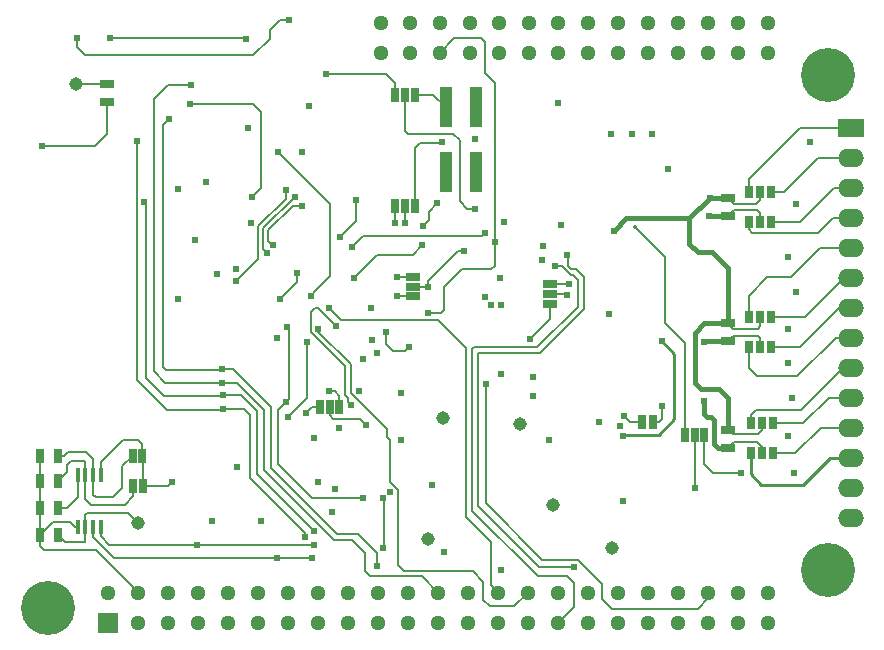
<source format=gbl>
G04 (created by PCBNEW (2013-05-31 BZR 4019)-stable) date 12/30/2013 4:19:26 PM*
%MOIN*%
G04 Gerber Fmt 3.4, Leading zero omitted, Abs format*
%FSLAX34Y34*%
G01*
G70*
G90*
G04 APERTURE LIST*
%ADD10C,0.00590551*%
%ADD11R,0.025X0.05*%
%ADD12R,0.016X0.05*%
%ADD13R,0.025X0.045*%
%ADD14C,0.045*%
%ADD15R,0.0276X0.0394*%
%ADD16R,0.045X0.025*%
%ADD17R,0.0866X0.06*%
%ADD18O,0.0866X0.06*%
%ADD19C,0.0512*%
%ADD20C,0.18*%
%ADD21R,0.065X0.065*%
%ADD22R,0.0401575X0.135827*%
%ADD23R,0.05X0.025*%
%ADD24C,0.024*%
%ADD25C,0.014*%
%ADD26C,0.016*%
%ADD27C,0.008*%
%ADD28C,0.01*%
G04 APERTURE END LIST*
G54D10*
G54D11*
X-23182Y-12700D03*
X-22863Y-12700D03*
X-23157Y-13700D03*
X-22838Y-13700D03*
X-4770Y-12000D03*
X-4450Y-12000D03*
X-4130Y-12000D03*
G54D12*
X-25010Y-13325D03*
X-24755Y-13325D03*
X-24495Y-13325D03*
X-24240Y-13325D03*
X-24240Y-15075D03*
X-24495Y-15075D03*
X-24755Y-15075D03*
X-25010Y-15075D03*
G54D11*
X-6202Y-11550D03*
X-5848Y-11550D03*
G54D13*
X-26275Y-15325D03*
X-25675Y-15325D03*
X-26275Y-13525D03*
X-25675Y-13525D03*
X-26275Y-14425D03*
X-25675Y-14425D03*
X-26275Y-12700D03*
X-25675Y-12700D03*
G54D14*
X-23000Y-14940D03*
X-9159Y-14340D03*
X-13350Y-15450D03*
X-7190Y-15760D03*
X-12825Y-11425D03*
X-25080Y-300D03*
G54D15*
X-1900Y-8050D03*
X-2275Y-8050D03*
X-2650Y-8050D03*
X-2650Y-9050D03*
X-2275Y-9050D03*
X-1900Y-9050D03*
X-1825Y-11600D03*
X-2200Y-11600D03*
X-2575Y-11600D03*
X-2575Y-12600D03*
X-2200Y-12600D03*
X-1825Y-12600D03*
X-1900Y-3900D03*
X-2275Y-3900D03*
X-2650Y-3900D03*
X-2650Y-4900D03*
X-2275Y-4900D03*
X-1900Y-4900D03*
G54D11*
X-16290Y-11070D03*
X-16610Y-11070D03*
X-16930Y-11070D03*
G54D16*
X-24030Y-310D03*
X-24030Y-910D03*
G54D14*
X-10275Y-11625D03*
G54D16*
X-3350Y-8275D03*
X-3350Y-8875D03*
X-3350Y-4100D03*
X-3350Y-4700D03*
X-3325Y-11825D03*
X-3325Y-12425D03*
G54D17*
X750Y-1750D03*
G54D18*
X750Y-2750D03*
X750Y-3750D03*
X750Y-4750D03*
X750Y-5750D03*
X750Y-6750D03*
X750Y-7750D03*
X750Y-8750D03*
X750Y-9750D03*
X750Y-10750D03*
X750Y-11750D03*
X750Y-12750D03*
X750Y-13750D03*
X750Y-14750D03*
G54D19*
X-11937Y1750D03*
X-11937Y750D03*
X-12937Y1750D03*
X-12937Y750D03*
X-13921Y750D03*
X-13921Y1750D03*
X-14905Y1750D03*
X-14905Y750D03*
X-10968Y750D03*
X-10968Y1750D03*
X-9984Y1750D03*
X-9984Y750D03*
G54D20*
X0Y-16500D03*
X-26000Y-17750D03*
X0Y0D03*
G54D21*
X-24000Y-18250D03*
G54D19*
X-24000Y-17250D03*
X-23000Y-18250D03*
X-23000Y-17250D03*
X-22000Y-18250D03*
X-22000Y-17250D03*
X-21000Y-18250D03*
X-21000Y-17250D03*
X-20000Y-18250D03*
X-20000Y-17250D03*
X-19000Y-18250D03*
X-19000Y-17250D03*
X-18000Y-18250D03*
X-18000Y-17250D03*
X-17000Y-18250D03*
X-17000Y-17250D03*
X-16000Y-18250D03*
X-16000Y-17250D03*
X-15000Y-18250D03*
X-15000Y-17250D03*
X-14000Y-18250D03*
X-14000Y-17250D03*
X-13000Y-18250D03*
X-13000Y-17250D03*
X-12000Y-18250D03*
X-12000Y-17250D03*
X-11000Y-18250D03*
X-11000Y-17250D03*
X-10000Y-18250D03*
X-10000Y-17250D03*
X-9000Y-18250D03*
X-9000Y-17250D03*
X-8000Y-18250D03*
X-8000Y-17250D03*
X-7000Y-18250D03*
X-7000Y-17250D03*
X-6000Y-18250D03*
X-6000Y-17250D03*
X-5000Y-18250D03*
X-5000Y-17250D03*
X-4000Y-18250D03*
X-4000Y-17250D03*
X-3000Y-18250D03*
X-3000Y-17250D03*
X-2000Y-18250D03*
X-2000Y-17250D03*
X-9000Y750D03*
X-9000Y1750D03*
X-8000Y750D03*
X-8000Y1750D03*
X-7000Y750D03*
X-7000Y1750D03*
X-6000Y750D03*
X-6000Y1750D03*
X-5000Y750D03*
X-5000Y1750D03*
X-4000Y750D03*
X-4000Y1750D03*
X-3000Y750D03*
X-3000Y1750D03*
X-2000Y750D03*
X-2000Y1750D03*
G54D22*
X-12750Y-1077D03*
X-12750Y-3222D03*
X-11750Y-1077D03*
X-11750Y-3222D03*
G54D23*
X-13825Y-7370D03*
X-13825Y-7050D03*
X-13825Y-6730D03*
G54D11*
X-13780Y-4375D03*
X-14100Y-4375D03*
X-14420Y-4375D03*
X-13780Y-650D03*
X-14100Y-650D03*
X-14420Y-650D03*
G54D23*
X-9275Y-7620D03*
X-9275Y-7300D03*
X-9275Y-6980D03*
G54D24*
X-6850Y-14200D03*
X-7150Y-5200D03*
X-7310Y-7950D03*
X-3940Y-4090D03*
X-5340Y-3140D03*
X-9500Y-5700D03*
X-17550Y-2550D03*
X-9950Y-8800D03*
X-21100Y-5500D03*
X-14250Y-12150D03*
X-17150Y-12100D03*
X-16630Y-10530D03*
X-20525Y-14875D03*
X-15190Y-8820D03*
X-15630Y-10530D03*
X-15490Y-9470D03*
X-21660Y-3810D03*
X-20370Y-6630D03*
X-18910Y-14870D03*
X-7650Y-11550D03*
X-9300Y-12150D03*
X-4150Y-10850D03*
X-4120Y-8890D03*
X-8990Y-920D03*
X-7230Y-1960D03*
X-6550Y-1960D03*
X-3960Y-4710D03*
X-5870Y-1950D03*
X-13350Y-7050D03*
X-12150Y-5875D03*
X-6800Y-11350D03*
X-5550Y-11025D03*
X-8700Y-7325D03*
X-11775Y-4450D03*
X-14100Y-4925D03*
X-5550Y-8875D03*
X-6850Y-12025D03*
G54D25*
X-6450Y-5050D03*
G54D24*
X-23925Y1225D03*
X-19400Y1200D03*
X-17955Y1840D03*
X-25025Y1225D03*
X-15410Y-11650D03*
X-18075Y-3825D03*
X-19750Y-6875D03*
X-16275Y-5400D03*
X-15750Y-4175D03*
X-13512Y-5037D03*
X-13025Y-4275D03*
X-15800Y-6775D03*
X-13525Y-5675D03*
X-18500Y-5675D03*
X-17525Y-4350D03*
X-17775Y-4050D03*
X-18700Y-5925D03*
X-11410Y-10310D03*
X-13970Y-9070D03*
X-14730Y-8550D03*
X-14375Y-7375D03*
X-14375Y-6725D03*
X-16650Y-7750D03*
X-13325Y-7925D03*
X-11100Y-5550D03*
X-15050Y-9250D03*
X-14250Y-10600D03*
X-1150Y-13250D03*
X-1350Y-12025D03*
X-1200Y-10775D03*
X-1325Y-9600D03*
X-1325Y-8450D03*
X-1075Y-7225D03*
X-1325Y-6050D03*
X-1075Y-4300D03*
X-600Y-2225D03*
X-9850Y-10700D03*
X-6950Y-11700D03*
X-8650Y-6950D03*
X-9550Y-6150D03*
X-10800Y-4900D03*
X-8900Y-5000D03*
X-9850Y-10050D03*
X-10950Y-6750D03*
X-11450Y-7400D03*
X-11250Y-7650D03*
X-10900Y-7650D03*
X-10900Y-9950D03*
X-15250Y-7770D03*
X-11770Y-2130D03*
X-17310Y-1030D03*
X-16750Y50D03*
X-26190Y-2350D03*
X-19330Y-1760D03*
X-17000Y-13550D03*
X-16550Y-14550D03*
X-16450Y-13800D03*
X-14600Y-13900D03*
X-16300Y-11750D03*
X-17410Y-11270D03*
X-19750Y-6450D03*
X-21660Y-7460D03*
X-19710Y-13060D03*
X-21870Y-13570D03*
X-20750Y-3550D03*
X-18370Y-8770D03*
X-13200Y-13650D03*
X-12800Y-15900D03*
X-10900Y-16490D03*
X-19250Y-4920D03*
X-12875Y-2225D03*
X-15490Y-14110D03*
X-18370Y-16110D03*
X-17200Y-16100D03*
X-18020Y-8390D03*
X-18070Y-10910D03*
X-14850Y-14110D03*
X-14830Y-15750D03*
X-18270Y-7450D03*
X-17710Y-6610D03*
X-21030Y-15650D03*
X-17150Y-15650D03*
X-16400Y-8350D03*
X-15900Y-11000D03*
X-17000Y-8450D03*
X-14450Y-4925D03*
X-11450Y-5275D03*
X-15880Y-5740D03*
X-8480Y-16410D03*
X-8700Y-6010D03*
X-4450Y-13750D03*
X-2900Y-13250D03*
X-17250Y-7350D03*
X-18337Y-2562D03*
X-9100Y-6350D03*
X-15050Y-16350D03*
X-20200Y-9810D03*
X-21980Y-1460D03*
X-23050Y-2190D03*
X-17425Y-15400D03*
X-20160Y-11140D03*
X-17150Y-15200D03*
X-22790Y-4220D03*
X-20170Y-10680D03*
X-21275Y-950D03*
X-19200Y-4060D03*
X-20190Y-10250D03*
X-21250Y-325D03*
X-18015Y-11395D03*
X-17380Y-8890D03*
G54D26*
X-4620Y-4770D02*
X-6720Y-4770D01*
X-6720Y-4770D02*
X-7150Y-5200D01*
X-3325Y-11825D02*
X-3325Y-10775D01*
X-4125Y-8275D02*
X-3350Y-8275D01*
X-4450Y-8600D02*
X-4125Y-8275D01*
X-4450Y-10250D02*
X-4450Y-8600D01*
X-4250Y-10450D02*
X-4450Y-10250D01*
X-3650Y-10450D02*
X-4250Y-10450D01*
X-3325Y-10775D02*
X-3650Y-10450D01*
X-3350Y-8275D02*
X-3350Y-6420D01*
X-3350Y-6420D02*
X-3860Y-5910D01*
X-3860Y-5910D02*
X-4350Y-5910D01*
X-4350Y-5910D02*
X-4620Y-5640D01*
X-4620Y-5640D02*
X-4620Y-4770D01*
X-4620Y-4770D02*
X-3940Y-4090D01*
X-3350Y-4100D02*
X-3930Y-4100D01*
X-3930Y-4100D02*
X-3940Y-4090D01*
G54D27*
X-2275Y-8050D02*
X-2275Y-8375D01*
X-2275Y-8375D02*
X-2350Y-8450D01*
X-2350Y-8450D02*
X-3175Y-8450D01*
X-3175Y-8450D02*
X-3350Y-8275D01*
X-2200Y-11600D02*
X-2200Y-11825D01*
X-3175Y-11975D02*
X-3325Y-11825D01*
X-2350Y-11975D02*
X-3175Y-11975D01*
X-2200Y-11825D02*
X-2350Y-11975D01*
X-2275Y-3900D02*
X-2275Y-4175D01*
X-3150Y-4300D02*
X-3350Y-4100D01*
X-2400Y-4300D02*
X-3150Y-4300D01*
X-2275Y-4175D02*
X-2400Y-4300D01*
X-23000Y-17250D02*
X-23000Y-17240D01*
X-26275Y-15685D02*
X-26275Y-15325D01*
X-26120Y-15840D02*
X-26275Y-15685D01*
X-24400Y-15840D02*
X-26120Y-15840D01*
X-23000Y-17240D02*
X-24400Y-15840D01*
X-25010Y-15075D02*
X-25095Y-15075D01*
X-25095Y-15075D02*
X-25280Y-14890D01*
X-25280Y-14890D02*
X-25840Y-14890D01*
X-25840Y-14890D02*
X-26275Y-15325D01*
X-26275Y-13525D02*
X-26275Y-12700D01*
X-26275Y-14425D02*
X-26275Y-13525D01*
X-26275Y-15325D02*
X-26275Y-14425D01*
X-9275Y-8125D02*
X-9950Y-8800D01*
X-9275Y-8125D02*
X-9275Y-7620D01*
X-16290Y-11070D02*
X-16290Y-10690D01*
X-16450Y-10530D02*
X-16630Y-10530D01*
X-16290Y-10690D02*
X-16450Y-10530D01*
G54D26*
X-3325Y-12425D02*
X-3675Y-12425D01*
X-3675Y-12425D02*
X-3800Y-12300D01*
X-3800Y-12300D02*
X-3800Y-11500D01*
X-3800Y-11500D02*
X-3900Y-11400D01*
X-3900Y-11400D02*
X-4050Y-11400D01*
X-4050Y-11400D02*
X-4150Y-11300D01*
X-4150Y-11300D02*
X-4150Y-10850D01*
X-3350Y-8875D02*
X-4105Y-8875D01*
X-4105Y-8875D02*
X-4120Y-8890D01*
X-3350Y-4700D02*
X-3950Y-4700D01*
X-3950Y-4700D02*
X-3960Y-4710D01*
G54D27*
X-2275Y-9050D02*
X-2275Y-8775D01*
X-3175Y-8700D02*
X-3350Y-8875D01*
X-2350Y-8700D02*
X-3175Y-8700D01*
X-2275Y-8775D02*
X-2350Y-8700D01*
X-2200Y-12600D02*
X-2200Y-12400D01*
X-3125Y-12225D02*
X-3325Y-12425D01*
X-2375Y-12225D02*
X-3125Y-12225D01*
X-2200Y-12400D02*
X-2375Y-12225D01*
X-2275Y-4900D02*
X-2275Y-4600D01*
X-3150Y-4500D02*
X-3350Y-4700D01*
X-2375Y-4500D02*
X-3150Y-4500D01*
X-2275Y-4600D02*
X-2375Y-4500D01*
X-25010Y-13325D02*
X-25010Y-14060D01*
X-25375Y-14425D02*
X-25675Y-14425D01*
X-25010Y-14060D02*
X-25375Y-14425D01*
X-24755Y-13325D02*
X-24755Y-12885D01*
X-25370Y-13220D02*
X-25675Y-13525D01*
X-25370Y-12990D02*
X-25370Y-13220D01*
X-25230Y-12850D02*
X-25370Y-12990D01*
X-24790Y-12850D02*
X-25230Y-12850D01*
X-24755Y-12885D02*
X-24790Y-12850D01*
X-24755Y-13325D02*
X-24755Y-14145D01*
X-23157Y-14037D02*
X-23157Y-13700D01*
X-23440Y-14320D02*
X-23157Y-14037D01*
X-24580Y-14320D02*
X-23440Y-14320D01*
X-24755Y-14145D02*
X-24580Y-14320D01*
X-23520Y-13038D02*
X-23182Y-12700D01*
X-25675Y-12700D02*
X-25470Y-12700D01*
X-24495Y-12785D02*
X-24495Y-13325D01*
X-24730Y-12550D02*
X-24495Y-12785D01*
X-25320Y-12550D02*
X-24730Y-12550D01*
X-25470Y-12700D02*
X-25320Y-12550D01*
X-24495Y-13325D02*
X-24495Y-13985D01*
X-23520Y-13760D02*
X-23520Y-13038D01*
X-23840Y-14080D02*
X-23520Y-13760D01*
X-24400Y-14080D02*
X-23840Y-14080D01*
X-24495Y-13985D02*
X-24400Y-14080D01*
X-13350Y-6875D02*
X-13350Y-7050D01*
X-12350Y-5875D02*
X-13350Y-6875D01*
X-12150Y-5875D02*
X-12350Y-5875D01*
X-13825Y-7050D02*
X-13350Y-7050D01*
X-6202Y-11550D02*
X-6600Y-11550D01*
X-6600Y-11550D02*
X-6800Y-11350D01*
X-5550Y-11275D02*
X-5550Y-11475D01*
X-5550Y-11025D02*
X-5550Y-11275D01*
X-5625Y-11550D02*
X-5848Y-11550D01*
X-5550Y-11475D02*
X-5625Y-11550D01*
X-8725Y-7300D02*
X-9275Y-7300D01*
X-8700Y-7325D02*
X-8725Y-7300D01*
X-12275Y-4175D02*
X-12275Y-4200D01*
X-12275Y-4175D02*
X-12275Y-2175D01*
X-14100Y-1850D02*
X-14100Y-650D01*
X-14000Y-1950D02*
X-14100Y-1850D01*
X-12500Y-1950D02*
X-14000Y-1950D01*
X-12275Y-2175D02*
X-12500Y-1950D01*
X-12025Y-4450D02*
X-11775Y-4450D01*
X-12275Y-4200D02*
X-12025Y-4450D01*
X-13780Y-650D02*
X-13177Y-650D01*
X-13177Y-650D02*
X-12750Y-1077D01*
X-14100Y-4375D02*
X-14100Y-4925D01*
G54D28*
X-5125Y-9300D02*
X-5550Y-8875D01*
X-5125Y-11475D02*
X-5125Y-9300D01*
X-5650Y-12000D02*
X-5125Y-11475D01*
X-6825Y-12000D02*
X-5650Y-12000D01*
X-6850Y-12025D02*
X-6825Y-12000D01*
G54D27*
X-4770Y-12000D02*
X-4770Y-8930D01*
X-5450Y-6050D02*
X-6450Y-5050D01*
X-5450Y-8250D02*
X-5450Y-6050D01*
X-4770Y-8930D02*
X-5450Y-8250D01*
G54D28*
X750Y-12750D02*
X50Y-12750D01*
X-2575Y-13300D02*
X-2575Y-12600D01*
X-2225Y-13650D02*
X-2575Y-13300D01*
X-850Y-13650D02*
X-2225Y-13650D01*
X50Y-12750D02*
X-850Y-13650D01*
G54D27*
X750Y-2750D02*
X-325Y-2750D01*
X-1475Y-3900D02*
X-1900Y-3900D01*
X-325Y-2750D02*
X-1475Y-3900D01*
X750Y-1750D02*
X-950Y-1750D01*
X-2650Y-3450D02*
X-2650Y-3900D01*
X-950Y-1750D02*
X-2650Y-3450D01*
X750Y-4750D02*
X150Y-4750D01*
X-2650Y-5125D02*
X-2650Y-4900D01*
X-2525Y-5250D02*
X-2650Y-5125D01*
X-350Y-5250D02*
X-2525Y-5250D01*
X150Y-4750D02*
X-350Y-5250D01*
X750Y-3750D02*
X200Y-3750D01*
X-950Y-4900D02*
X-1900Y-4900D01*
X200Y-3750D02*
X-950Y-4900D01*
X750Y-5750D02*
X-275Y-5750D01*
X-2650Y-7350D02*
X-2650Y-8050D01*
X-2025Y-6725D02*
X-2650Y-7350D01*
X-1250Y-6725D02*
X-2025Y-6725D01*
X-275Y-5750D02*
X-1250Y-6725D01*
X750Y-6750D02*
X525Y-6750D01*
X-775Y-8050D02*
X-1900Y-8050D01*
X525Y-6750D02*
X-775Y-8050D01*
X750Y-7750D02*
X350Y-7750D01*
X-950Y-9050D02*
X-1900Y-9050D01*
X350Y-7750D02*
X-950Y-9050D01*
X750Y-8750D02*
X250Y-8750D01*
X-2650Y-9750D02*
X-2650Y-9050D01*
X-2375Y-10025D02*
X-2650Y-9750D01*
X-1025Y-10025D02*
X-2375Y-10025D01*
X250Y-8750D02*
X-1025Y-10025D01*
X750Y-9750D02*
X500Y-9750D01*
X-2575Y-11325D02*
X-2575Y-11600D01*
X-2400Y-11150D02*
X-2575Y-11325D01*
X-900Y-11150D02*
X-2400Y-11150D01*
X500Y-9750D02*
X-900Y-11150D01*
X750Y-10750D02*
X25Y-10750D01*
X-825Y-11600D02*
X-1825Y-11600D01*
X25Y-10750D02*
X-825Y-11600D01*
X750Y-11750D02*
X-250Y-11750D01*
X-1100Y-12600D02*
X-1825Y-12600D01*
X-250Y-11750D02*
X-1100Y-12600D01*
X-24030Y-310D02*
X-25070Y-310D01*
X-25070Y-310D02*
X-25080Y-300D01*
X-19425Y1225D02*
X-23925Y1225D01*
X-19400Y1200D02*
X-19425Y1225D01*
X-17955Y1840D02*
X-18260Y1840D01*
X-19155Y660D02*
X-24760Y660D01*
X-24760Y660D02*
X-25025Y925D01*
X-25025Y925D02*
X-25025Y1225D01*
X-18610Y1205D02*
X-19155Y660D01*
X-18610Y1490D02*
X-18610Y1205D01*
X-18260Y1840D02*
X-18610Y1490D01*
X-16610Y-11070D02*
X-16610Y-11330D01*
X-15610Y-11450D02*
X-15410Y-11650D01*
X-16490Y-11450D02*
X-15610Y-11450D01*
X-16610Y-11330D02*
X-16490Y-11450D01*
X-18075Y-4123D02*
X-18075Y-3825D01*
X-19000Y-5048D02*
X-18075Y-4123D01*
X-19000Y-6125D02*
X-19000Y-5048D01*
X-19750Y-6875D02*
X-19000Y-6125D01*
X-15750Y-4875D02*
X-16275Y-5400D01*
X-15750Y-4300D02*
X-15750Y-4875D01*
X-15750Y-4175D02*
X-15750Y-4300D01*
X-13025Y-4275D02*
X-13300Y-4550D01*
X-13300Y-4550D02*
X-13300Y-4825D01*
X-13300Y-4825D02*
X-13512Y-5037D01*
X-15025Y-6000D02*
X-15800Y-6775D01*
X-13850Y-6000D02*
X-15025Y-6000D01*
X-13525Y-5675D02*
X-13850Y-6000D01*
X-18500Y-5675D02*
X-18525Y-5675D01*
X-18664Y-5166D02*
X-17848Y-4350D01*
X-18664Y-5535D02*
X-18664Y-5166D01*
X-18525Y-5675D02*
X-18664Y-5535D01*
X-17848Y-4350D02*
X-17525Y-4350D01*
X-18825Y-5100D02*
X-17775Y-4050D01*
X-18700Y-5925D02*
X-18825Y-5800D01*
X-18825Y-5800D02*
X-18825Y-5100D01*
X-4000Y-17250D02*
X-4000Y-17440D01*
X-4000Y-17440D02*
X-4350Y-17790D01*
X-4350Y-17790D02*
X-7190Y-17790D01*
X-7190Y-17790D02*
X-7530Y-17450D01*
X-7530Y-17450D02*
X-7530Y-16970D01*
X-7530Y-16970D02*
X-8350Y-16150D01*
X-8350Y-16150D02*
X-9530Y-16150D01*
X-9530Y-16150D02*
X-11410Y-14270D01*
X-11410Y-14270D02*
X-11410Y-10310D01*
X-13970Y-9070D02*
X-14090Y-9190D01*
X-14090Y-9190D02*
X-14490Y-9190D01*
X-14490Y-9190D02*
X-14730Y-8950D01*
X-14730Y-8950D02*
X-14730Y-8550D01*
X-13825Y-7370D02*
X-14370Y-7370D01*
X-14370Y-7370D02*
X-14375Y-7375D01*
X-13825Y-6730D02*
X-14370Y-6730D01*
X-14370Y-6730D02*
X-14375Y-6725D01*
X-11250Y-17000D02*
X-11000Y-17250D01*
X-11250Y-15550D02*
X-11250Y-17000D01*
X-12075Y-14725D02*
X-11250Y-15550D01*
X-12075Y-9100D02*
X-12075Y-14725D01*
X-13000Y-8175D02*
X-12075Y-9100D01*
X-16225Y-8175D02*
X-13000Y-8175D01*
X-16650Y-7750D02*
X-16225Y-8175D01*
X-11100Y-5550D02*
X-11100Y-6350D01*
X-12900Y-7925D02*
X-13325Y-7925D01*
X-12800Y-7825D02*
X-12900Y-7925D01*
X-12800Y-7075D02*
X-12800Y-7825D01*
X-12200Y-6475D02*
X-12800Y-7075D01*
X-11225Y-6475D02*
X-12200Y-6475D01*
X-11100Y-6350D02*
X-11225Y-6475D01*
X-11100Y-5550D02*
X-11100Y-275D01*
X-12462Y1225D02*
X-12937Y750D01*
X-11575Y1225D02*
X-12462Y1225D01*
X-11450Y1100D02*
X-11575Y1225D01*
X-11450Y75D02*
X-11450Y1100D01*
X-11100Y-275D02*
X-11450Y75D01*
X-24755Y-15075D02*
X-24755Y-14655D01*
X-23350Y-14590D02*
X-23000Y-14940D01*
X-24690Y-14590D02*
X-23350Y-14590D01*
X-24755Y-14655D02*
X-24690Y-14590D01*
X-24755Y-15075D02*
X-24755Y-15565D01*
X-25430Y-15570D02*
X-25675Y-15325D01*
X-24760Y-15570D02*
X-25430Y-15570D01*
X-24755Y-15565D02*
X-24760Y-15570D01*
X-8680Y-6980D02*
X-9275Y-6980D01*
X-8650Y-6950D02*
X-8680Y-6980D01*
X-14420Y-650D02*
X-14420Y-280D01*
X-14750Y50D02*
X-16750Y50D01*
X-14420Y-280D02*
X-14750Y50D01*
X-24030Y-910D02*
X-24030Y-1960D01*
X-24420Y-2350D02*
X-26190Y-2350D01*
X-24030Y-1960D02*
X-24420Y-2350D01*
X-22838Y-13700D02*
X-22000Y-13700D01*
X-22000Y-13700D02*
X-21870Y-13570D01*
X-24240Y-13325D02*
X-24240Y-12890D01*
X-22863Y-12287D02*
X-22863Y-12700D01*
X-23000Y-12150D02*
X-22863Y-12287D01*
X-23500Y-12150D02*
X-23000Y-12150D01*
X-24240Y-12890D02*
X-23500Y-12150D01*
X-22838Y-13700D02*
X-22838Y-12725D01*
X-22838Y-12725D02*
X-22863Y-12700D01*
X-16930Y-11070D02*
X-17210Y-11070D01*
X-17210Y-11070D02*
X-17410Y-11270D01*
X-13600Y-2250D02*
X-13780Y-2430D01*
X-13780Y-2430D02*
X-13780Y-4375D01*
X-12900Y-2250D02*
X-13600Y-2250D01*
X-12875Y-2225D02*
X-12900Y-2250D01*
X-18330Y-11170D02*
X-18070Y-10910D01*
X-18330Y-12970D02*
X-18330Y-11170D01*
X-17210Y-14090D02*
X-18330Y-12970D01*
X-15510Y-14090D02*
X-17210Y-14090D01*
X-15490Y-14110D02*
X-15510Y-14090D01*
X-18370Y-16110D02*
X-23800Y-16110D01*
X-17200Y-16100D02*
X-18360Y-16100D01*
X-18360Y-16100D02*
X-18370Y-16110D01*
X-24495Y-15075D02*
X-24495Y-15415D01*
X-24495Y-15415D02*
X-23800Y-16110D01*
X-18020Y-8390D02*
X-17960Y-8450D01*
X-17960Y-8450D02*
X-17960Y-10800D01*
X-17960Y-10800D02*
X-18070Y-10910D01*
X-14790Y-14170D02*
X-14850Y-14110D01*
X-14790Y-15710D02*
X-14790Y-14170D01*
X-14830Y-15750D02*
X-14790Y-15710D01*
X-18270Y-7450D02*
X-17710Y-6890D01*
X-17710Y-6890D02*
X-17710Y-6610D01*
X-21030Y-15650D02*
X-23970Y-15650D01*
X-23970Y-15650D02*
X-24240Y-15380D01*
X-24240Y-15380D02*
X-24240Y-15075D01*
X-17150Y-15650D02*
X-21030Y-15650D01*
X-16400Y-8350D02*
X-17000Y-7750D01*
X-17000Y-7750D02*
X-17100Y-7750D01*
X-17100Y-7750D02*
X-17250Y-7900D01*
X-15900Y-11000D02*
X-16000Y-10900D01*
X-16000Y-10900D02*
X-16000Y-10750D01*
X-16000Y-10750D02*
X-16100Y-10650D01*
X-16100Y-10650D02*
X-16100Y-9700D01*
X-16100Y-9700D02*
X-17250Y-8550D01*
X-17250Y-8550D02*
X-17250Y-7900D01*
X-14450Y-4405D02*
X-14420Y-4375D01*
X-14700Y-11800D02*
X-14700Y-12050D01*
X-15910Y-9640D02*
X-17000Y-8550D01*
X-17000Y-8550D02*
X-17000Y-8450D01*
X-10000Y-17250D02*
X-10460Y-17710D01*
X-11270Y-17710D02*
X-10460Y-17710D01*
X-11490Y-17490D02*
X-11270Y-17710D01*
X-11490Y-16890D02*
X-11490Y-17490D01*
X-11850Y-16530D02*
X-11490Y-16890D01*
X-14130Y-16530D02*
X-11850Y-16530D01*
X-14330Y-16330D02*
X-14130Y-16530D01*
X-15910Y-10590D02*
X-14700Y-11800D01*
X-15910Y-9650D02*
X-15910Y-10590D01*
X-15910Y-9650D02*
X-15910Y-9640D01*
X-14330Y-13820D02*
X-14330Y-16330D01*
X-14600Y-13550D02*
X-14330Y-13820D01*
X-14600Y-12150D02*
X-14600Y-13550D01*
X-14700Y-12050D02*
X-14600Y-12150D01*
X-14450Y-4925D02*
X-14450Y-4405D01*
X-14450Y-4925D02*
X-14420Y-4895D01*
X-11450Y-5275D02*
X-11550Y-5375D01*
X-15880Y-5740D02*
X-15515Y-5375D01*
X-15515Y-5375D02*
X-11725Y-5375D01*
X-11550Y-5375D02*
X-11725Y-5375D01*
X-9630Y-16410D02*
X-8480Y-16410D01*
X-11675Y-14365D02*
X-9630Y-16410D01*
X-11675Y-9275D02*
X-11675Y-14365D01*
X-9600Y-9275D02*
X-11675Y-9275D01*
X-8125Y-7800D02*
X-9600Y-9275D01*
X-8125Y-6745D02*
X-8125Y-7800D01*
X-8410Y-6460D02*
X-8125Y-6745D01*
X-8560Y-6460D02*
X-8410Y-6460D01*
X-8670Y-6350D02*
X-8560Y-6460D01*
X-8670Y-6040D02*
X-8670Y-6350D01*
X-8700Y-6010D02*
X-8670Y-6040D01*
X-4450Y-13750D02*
X-4450Y-12000D01*
X-4130Y-12970D02*
X-4130Y-12000D01*
X-3850Y-13250D02*
X-4130Y-12970D01*
X-2900Y-13250D02*
X-3850Y-13250D01*
X-17250Y-7350D02*
X-17080Y-7180D01*
X-17080Y-7180D02*
X-16590Y-6690D01*
X-16590Y-6690D02*
X-16590Y-4310D01*
X-16590Y-4310D02*
X-18337Y-2562D01*
X-8480Y-16940D02*
X-8480Y-17730D01*
X-8710Y-16710D02*
X-8480Y-16940D01*
X-9680Y-16710D02*
X-8710Y-16710D01*
X-11870Y-14520D02*
X-9680Y-16710D01*
X-11870Y-9140D02*
X-11870Y-14520D01*
X-11810Y-9080D02*
X-11870Y-9140D01*
X-9690Y-9080D02*
X-11810Y-9080D01*
X-8330Y-7720D02*
X-9690Y-9080D01*
X-8330Y-6830D02*
X-8330Y-7720D01*
X-8490Y-6670D02*
X-8330Y-6830D01*
X-8580Y-6670D02*
X-8490Y-6670D01*
X-8480Y-17730D02*
X-9000Y-18250D01*
X-8875Y-6375D02*
X-8580Y-6670D01*
X-8900Y-6350D02*
X-8875Y-6375D01*
X-9100Y-6350D02*
X-8900Y-6350D01*
X-18575Y-13100D02*
X-16375Y-15300D01*
X-19840Y-9810D02*
X-18575Y-11075D01*
X-18575Y-11075D02*
X-18575Y-13100D01*
X-20200Y-9810D02*
X-19840Y-9810D01*
X-15050Y-15925D02*
X-15050Y-16350D01*
X-15675Y-15300D02*
X-15050Y-15925D01*
X-16375Y-15300D02*
X-15675Y-15300D01*
X-22070Y-9820D02*
X-22170Y-9720D01*
X-20210Y-9820D02*
X-22070Y-9820D01*
X-20200Y-9810D02*
X-20210Y-9820D01*
X-22170Y-1660D02*
X-22170Y-1650D01*
X-22170Y-9720D02*
X-22170Y-1660D01*
X-22170Y-1650D02*
X-21980Y-1460D01*
X-23050Y-9880D02*
X-23050Y-3810D01*
X-23050Y-10150D02*
X-23050Y-9880D01*
X-23050Y-3810D02*
X-23050Y-2190D01*
X-22030Y-11170D02*
X-23050Y-10150D01*
X-20160Y-11140D02*
X-19460Y-11140D01*
X-17425Y-15275D02*
X-17425Y-15400D01*
X-19275Y-13425D02*
X-17425Y-15275D01*
X-19275Y-11325D02*
X-19275Y-13425D01*
X-19460Y-11140D02*
X-19275Y-11325D01*
X-20190Y-11170D02*
X-22030Y-11170D01*
X-20160Y-11140D02*
X-20190Y-11170D01*
X-20170Y-10680D02*
X-19570Y-10680D01*
X-19050Y-13300D02*
X-17150Y-15200D01*
X-19050Y-11200D02*
X-19050Y-13300D01*
X-19570Y-10680D02*
X-19050Y-11200D01*
X-22790Y-4220D02*
X-22730Y-4280D01*
X-20170Y-10680D02*
X-20180Y-10690D01*
X-20180Y-10690D02*
X-22130Y-10690D01*
X-22130Y-10690D02*
X-22730Y-10090D01*
X-22730Y-10090D02*
X-22730Y-4280D01*
X-21275Y-950D02*
X-19170Y-950D01*
X-19200Y-4060D02*
X-18900Y-3760D01*
X-18900Y-3760D02*
X-18900Y-1220D01*
X-18900Y-1220D02*
X-19170Y-950D01*
X-20190Y-10250D02*
X-19700Y-10250D01*
X-13550Y-16700D02*
X-13000Y-17250D01*
X-15275Y-16700D02*
X-13550Y-16700D01*
X-15450Y-16525D02*
X-15275Y-16700D01*
X-15450Y-15925D02*
X-15450Y-16525D01*
X-15875Y-15500D02*
X-15450Y-15925D01*
X-16475Y-15500D02*
X-15875Y-15500D01*
X-18800Y-13175D02*
X-16475Y-15500D01*
X-18800Y-11150D02*
X-18800Y-13175D01*
X-19700Y-10250D02*
X-18800Y-11150D01*
X-22090Y-10250D02*
X-22460Y-9880D01*
X-20190Y-10250D02*
X-22090Y-10250D01*
X-22460Y-790D02*
X-21995Y-325D01*
X-22460Y-9880D02*
X-22460Y-790D01*
X-21995Y-325D02*
X-21250Y-325D01*
X-18015Y-11395D02*
X-17380Y-10760D01*
X-17380Y-10760D02*
X-17380Y-9880D01*
X-17380Y-9880D02*
X-17380Y-8890D01*
X-17380Y-8890D02*
X-17370Y-8900D01*
M02*

</source>
